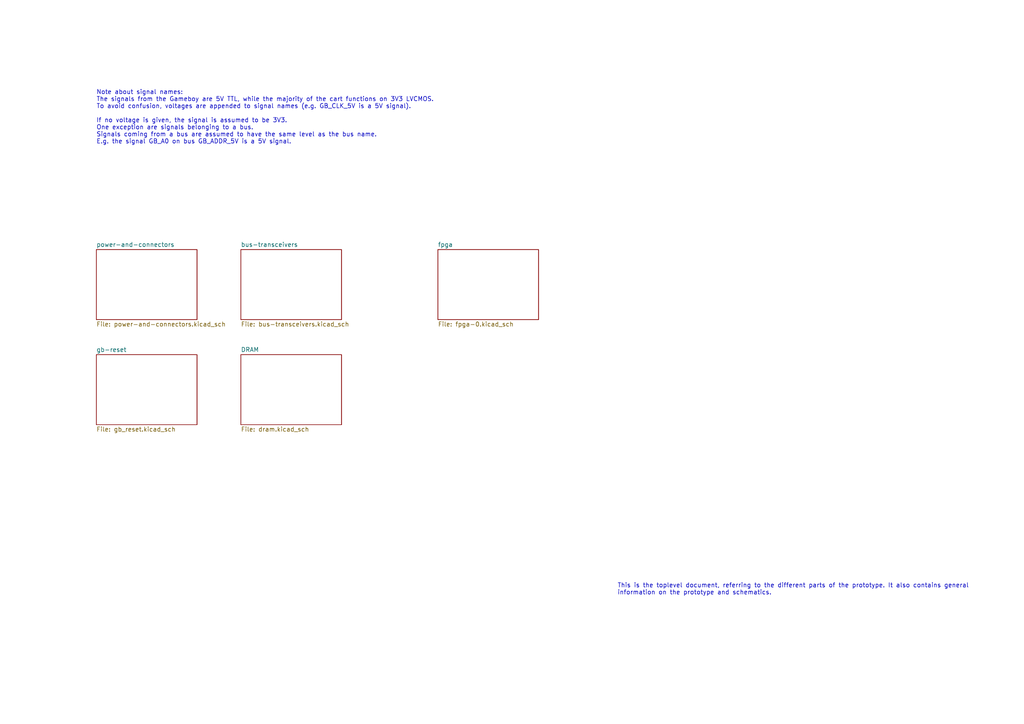
<source format=kicad_sch>
(kicad_sch (version 20211123) (generator eeschema)

  (uuid 55992e35-fe7b-468a-9b7a-1e4dc931b904)

  (paper "A4")

  (title_block
    (title "Toplevel")
  )

  (lib_symbols
  )


  (text "Note about signal names:\nThe signals from the Gameboy are 5V TTL, while the majority of the cart functions on 3V3 LVCMOS.\nTo avoid confusion, voltages are appended to signal names (e.g. GB_CLK_5V is a 5V signal).\n\nIf no voltage is given, the signal is assumed to be 3V3.\nOne exception are signals belonging to a bus.\nSignals coming from a bus are assumed to have the same level as the bus name.\nE.g. the signal GB_A0 on bus GB_ADDR_5V is a 5V signal."
    (at 27.94 41.91 0)
    (effects (font (size 1.27 1.27)) (justify left bottom))
    (uuid e62e1c8a-514a-45e5-9b91-11b6d63e8be9)
  )
  (text "This is the toplevel document, referring to the different parts of the prototype. It also contains general\ninformation on the prototype and schematics."
    (at 179.07 172.72 0)
    (effects (font (size 1.27 1.27)) (justify left bottom))
    (uuid f826ff1c-a925-473f-ae04-8beecbd2c4e5)
  )

  (sheet (at 69.85 72.39) (size 29.21 20.32) (fields_autoplaced)
    (stroke (width 0.1524) (type solid) (color 0 0 0 0))
    (fill (color 0 0 0 0.0000))
    (uuid 18238a13-4a24-40dc-9297-0233c899d398)
    (property "Sheet name" "bus-transceivers" (id 0) (at 69.85 71.6784 0)
      (effects (font (size 1.27 1.27)) (justify left bottom))
    )
    (property "Sheet file" "bus-transceivers.kicad_sch" (id 1) (at 69.85 93.2946 0)
      (effects (font (size 1.27 1.27)) (justify left top))
    )
  )

  (sheet (at 127 72.39) (size 29.21 20.32) (fields_autoplaced)
    (stroke (width 0.1524) (type solid) (color 0 0 0 0))
    (fill (color 0 0 0 0.0000))
    (uuid 4b2118cf-fb52-4113-a818-0a42fecbb1e6)
    (property "Sheet name" "fpga" (id 0) (at 127 71.6784 0)
      (effects (font (size 1.27 1.27)) (justify left bottom))
    )
    (property "Sheet file" "fpga-0.kicad_sch" (id 1) (at 127 93.2946 0)
      (effects (font (size 1.27 1.27)) (justify left top))
    )
  )

  (sheet (at 69.85 102.87) (size 29.21 20.32) (fields_autoplaced)
    (stroke (width 0.1524) (type solid) (color 0 0 0 0))
    (fill (color 0 0 0 0.0000))
    (uuid af356851-5ece-4832-ae35-3dccdb32b1b1)
    (property "Sheet name" "DRAM" (id 0) (at 69.85 102.1584 0)
      (effects (font (size 1.27 1.27)) (justify left bottom))
    )
    (property "Sheet file" "dram.kicad_sch" (id 1) (at 69.85 123.7746 0)
      (effects (font (size 1.27 1.27)) (justify left top))
    )
  )

  (sheet (at 27.94 72.39) (size 29.21 20.32) (fields_autoplaced)
    (stroke (width 0.1524) (type solid) (color 0 0 0 0))
    (fill (color 0 0 0 0.0000))
    (uuid c435552a-e81e-4e91-8943-4d198d361cb8)
    (property "Sheet name" "power-and-connectors" (id 0) (at 27.94 71.6784 0)
      (effects (font (size 1.27 1.27)) (justify left bottom))
    )
    (property "Sheet file" "power-and-connectors.kicad_sch" (id 1) (at 27.94 93.2946 0)
      (effects (font (size 1.27 1.27)) (justify left top))
    )
  )

  (sheet (at 27.94 102.87) (size 29.21 20.32) (fields_autoplaced)
    (stroke (width 0.1524) (type solid) (color 0 0 0 0))
    (fill (color 0 0 0 0.0000))
    (uuid f06d5139-8321-4854-8742-7179642a0021)
    (property "Sheet name" "gb-reset" (id 0) (at 27.94 102.1584 0)
      (effects (font (size 1.27 1.27)) (justify left bottom))
    )
    (property "Sheet file" "gb_reset.kicad_sch" (id 1) (at 27.94 123.7746 0)
      (effects (font (size 1.27 1.27)) (justify left top))
    )
  )

  (sheet_instances
    (path "/" (page "1"))
    (path "/f06d5139-8321-4854-8742-7179642a0021" (page "3"))
    (path "/c435552a-e81e-4e91-8943-4d198d361cb8" (page "4"))
    (path "/18238a13-4a24-40dc-9297-0233c899d398" (page "4"))
    (path "/af356851-5ece-4832-ae35-3dccdb32b1b1" (page "5"))
    (path "/4b2118cf-fb52-4113-a818-0a42fecbb1e6" (page "6"))
  )

  (symbol_instances
    (path "/f06d5139-8321-4854-8742-7179642a0021/16db1537-6b38-4cc8-954e-3c513d178c8d"
      (reference "#PWR01") (unit 1) (value "+3.3V") (footprint "")
    )
    (path "/18238a13-4a24-40dc-9297-0233c899d398/bb2800a3-85ca-41b2-9f21-b2fff44f9f4d"
      (reference "#PWR02") (unit 1) (value "+3V3") (footprint "")
    )
    (path "/18238a13-4a24-40dc-9297-0233c899d398/bca9cd82-799d-46b3-8ccb-49524b0594fd"
      (reference "#PWR03") (unit 1) (value "GND") (footprint "")
    )
    (path "/18238a13-4a24-40dc-9297-0233c899d398/2c976b53-2d4b-485e-89e6-31a00a78b165"
      (reference "#PWR04") (unit 1) (value "+3V3") (footprint "")
    )
    (path "/18238a13-4a24-40dc-9297-0233c899d398/f4fa4291-4134-4a5c-849d-95338b27bc47"
      (reference "#PWR05") (unit 1) (value "GND") (footprint "")
    )
    (path "/af356851-5ece-4832-ae35-3dccdb32b1b1/5d587576-f41f-46e4-a640-c9f5f38f8742"
      (reference "#PWR08") (unit 1) (value "+3V3") (footprint "")
    )
    (path "/af356851-5ece-4832-ae35-3dccdb32b1b1/e1f45179-69da-484e-9c75-932fc786b2f1"
      (reference "#PWR09") (unit 1) (value "+3V3") (footprint "")
    )
    (path "/af356851-5ece-4832-ae35-3dccdb32b1b1/29ca5b3c-de86-4c52-b7d5-1276bef8d273"
      (reference "#PWR010") (unit 1) (value "GND") (footprint "")
    )
    (path "/af356851-5ece-4832-ae35-3dccdb32b1b1/ba3296b2-e80a-4b5a-8d08-746361e3977c"
      (reference "#PWR011") (unit 1) (value "GND") (footprint "")
    )
    (path "/f06d5139-8321-4854-8742-7179642a0021/039539dc-9afa-48a1-bd79-180ff497c6cb"
      (reference "#PWR0101") (unit 1) (value "+3V3") (footprint "")
    )
    (path "/f06d5139-8321-4854-8742-7179642a0021/222ce410-4d48-4a44-bdcf-8bd353130d77"
      (reference "#PWR0102") (unit 1) (value "GND") (footprint "")
    )
    (path "/f06d5139-8321-4854-8742-7179642a0021/018fbd2e-e477-4b8d-b7bc-566a380cd8a4"
      (reference "#PWR0103") (unit 1) (value "+3.3V") (footprint "")
    )
    (path "/c435552a-e81e-4e91-8943-4d198d361cb8/fec15d96-7803-4d46-b8e1-e309a8c7f081"
      (reference "#PWR0104") (unit 1) (value "GND") (footprint "")
    )
    (path "/c435552a-e81e-4e91-8943-4d198d361cb8/48f63417-89ea-43f1-bde1-be55b2c90123"
      (reference "#PWR0105") (unit 1) (value "+3V3") (footprint "")
    )
    (path "/c435552a-e81e-4e91-8943-4d198d361cb8/7cf6f9a0-0728-4a71-856e-276f9fc40dce"
      (reference "#PWR0106") (unit 1) (value "GND") (footprint "")
    )
    (path "/18238a13-4a24-40dc-9297-0233c899d398/fef2e537-d98f-419f-b7dd-86c9cb6ab20b"
      (reference "#PWR0107") (unit 1) (value "+3V3") (footprint "")
    )
    (path "/18238a13-4a24-40dc-9297-0233c899d398/c8615c11-77f5-424d-9392-786a8bcacf07"
      (reference "#PWR0108") (unit 1) (value "GND") (footprint "")
    )
    (path "/18238a13-4a24-40dc-9297-0233c899d398/a6886573-33bf-44be-a222-08febb03a0a0"
      (reference "#PWR0109") (unit 1) (value "GND") (footprint "")
    )
    (path "/18238a13-4a24-40dc-9297-0233c899d398/9067a147-ab1d-45f5-9485-8e3533274c19"
      (reference "#PWR0110") (unit 1) (value "+3V3") (footprint "")
    )
    (path "/18238a13-4a24-40dc-9297-0233c899d398/a005e501-a8e3-4799-b6cd-d6c4f5b4ca0a"
      (reference "#PWR0111") (unit 1) (value "GND") (footprint "")
    )
    (path "/18238a13-4a24-40dc-9297-0233c899d398/be697f41-8aac-4cdb-a4ed-f5bac05b93f0"
      (reference "#PWR0112") (unit 1) (value "GND") (footprint "")
    )
    (path "/18238a13-4a24-40dc-9297-0233c899d398/29263119-72e0-4825-acfe-28dd20c1dac7"
      (reference "#PWR0113") (unit 1) (value "+3V3") (footprint "")
    )
    (path "/18238a13-4a24-40dc-9297-0233c899d398/c3beba8e-27fd-4cdc-bdad-af1e664dd145"
      (reference "#PWR0114") (unit 1) (value "+3V3") (footprint "")
    )
    (path "/af356851-5ece-4832-ae35-3dccdb32b1b1/753ecb70-97f0-4f7b-a264-a48b4685cb33"
      (reference "#PWR0115") (unit 1) (value "+3V3") (footprint "")
    )
    (path "/af356851-5ece-4832-ae35-3dccdb32b1b1/f7ee47d2-54f0-4110-a472-b6a195d12d95"
      (reference "#PWR0116") (unit 1) (value "+3V3") (footprint "")
    )
    (path "/af356851-5ece-4832-ae35-3dccdb32b1b1/3134b27b-7920-4d7e-b8c3-e5970ad1b175"
      (reference "#PWR0117") (unit 1) (value "GND") (footprint "")
    )
    (path "/af356851-5ece-4832-ae35-3dccdb32b1b1/8af6af13-41f3-489f-8283-de298df97ae4"
      (reference "#PWR0118") (unit 1) (value "GND") (footprint "")
    )
    (path "/4b2118cf-fb52-4113-a818-0a42fecbb1e6/404da65b-6e69-49ca-97e7-204b1d68e782"
      (reference "#PWR0119") (unit 1) (value "+3.3V") (footprint "")
    )
    (path "/4b2118cf-fb52-4113-a818-0a42fecbb1e6/e91a3c01-3899-457c-88d9-b889adb73a2a"
      (reference "#PWR0120") (unit 1) (value "+3.3V") (footprint "")
    )
    (path "/4b2118cf-fb52-4113-a818-0a42fecbb1e6/bd1aced1-3b0e-42e2-852a-7fe606c0b30f"
      (reference "#PWR0121") (unit 1) (value "+3.3V") (footprint "")
    )
    (path "/c435552a-e81e-4e91-8943-4d198d361cb8/69b6419d-0162-44a2-b441-9c8586353b81"
      (reference "A1") (unit 1) (value "GBC_Cart") (footprint "Boards:GBC_Cart")
    )
    (path "/18238a13-4a24-40dc-9297-0233c899d398/c3f298a1-f22c-4d8c-a17a-8a0ae31cd9ae"
      (reference "C1") (unit 1) (value "0.022uF") (footprint "")
    )
    (path "/18238a13-4a24-40dc-9297-0233c899d398/1e6636cb-d9aa-46c0-9216-7e61931792c9"
      (reference "C2") (unit 1) (value "0.022uF") (footprint "")
    )
    (path "/18238a13-4a24-40dc-9297-0233c899d398/859a8f12-a36c-412f-ad92-6a0c05ba9067"
      (reference "C3") (unit 1) (value "0.022uF") (footprint "")
    )
    (path "/18238a13-4a24-40dc-9297-0233c899d398/c114b98f-c340-46d0-85d6-3e787c776a13"
      (reference "C4") (unit 1) (value "0.022uF") (footprint "")
    )
    (path "/18238a13-4a24-40dc-9297-0233c899d398/f4b85731-ab42-4e1c-9318-44e89caa1ae9"
      (reference "C5") (unit 1) (value "0.022uF") (footprint "")
    )
    (path "/18238a13-4a24-40dc-9297-0233c899d398/00eedf01-f868-45fe-a111-fb3be2341d4e"
      (reference "C6") (unit 1) (value "0.022uF") (footprint "")
    )
    (path "/18238a13-4a24-40dc-9297-0233c899d398/34910e16-ad52-4ba6-9ca9-c2cf12b20e15"
      (reference "C7") (unit 1) (value "0.022uF") (footprint "")
    )
    (path "/18238a13-4a24-40dc-9297-0233c899d398/45cfc77d-c765-4c75-90fc-6946b3c32c3a"
      (reference "C8") (unit 1) (value "0.022uF") (footprint "")
    )
    (path "/af356851-5ece-4832-ae35-3dccdb32b1b1/fe6942ab-b10d-497e-b1c2-b44b8e773a5f"
      (reference "C9") (unit 1) (value "0.01uF") (footprint "")
    )
    (path "/af356851-5ece-4832-ae35-3dccdb32b1b1/c3442bfb-eadb-40cb-b4c3-5876f4218416"
      (reference "C10") (unit 1) (value "0.01uF") (footprint "")
    )
    (path "/af356851-5ece-4832-ae35-3dccdb32b1b1/193412ef-9963-44ab-8c00-17e0bbb75d0b"
      (reference "C11") (unit 1) (value "0.01uF") (footprint "")
    )
    (path "/af356851-5ece-4832-ae35-3dccdb32b1b1/38137238-d7a6-44c2-9fb7-e4b1d1965e62"
      (reference "C12") (unit 1) (value "0.01uF") (footprint "")
    )
    (path "/af356851-5ece-4832-ae35-3dccdb32b1b1/6d26ab6b-f624-4b97-8fdf-0ab2c40a5cd5"
      (reference "C13") (unit 1) (value "0.01uF") (footprint "")
    )
    (path "/af356851-5ece-4832-ae35-3dccdb32b1b1/5a3d360a-68c1-4a52-a051-a8603942f1fb"
      (reference "C14") (unit 1) (value "0.01uF") (footprint "")
    )
    (path "/af356851-5ece-4832-ae35-3dccdb32b1b1/18f099ea-7570-4a10-a70d-01deb993184e"
      (reference "C15") (unit 1) (value "0.01uF") (footprint "")
    )
    (path "/c435552a-e81e-4e91-8943-4d198d361cb8/1a03c680-6df4-4ad6-b0ee-2551be034eac"
      (reference "J1") (unit 1) (value "Conn_01x02_Male") (footprint "")
    )
    (path "/f06d5139-8321-4854-8742-7179642a0021/7483639c-7c2f-493b-aff3-2e2cc4979ed2"
      (reference "J2") (unit 1) (value "Conn_01x04_Male") (footprint "")
    )
    (path "/f06d5139-8321-4854-8742-7179642a0021/08339f48-5faf-4c2e-976c-1758dce4b8cf"
      (reference "J3") (unit 1) (value "Conn_01x04_Female") (footprint "")
    )
    (path "/4b2118cf-fb52-4113-a818-0a42fecbb1e6/ef1b7f4f-9c42-4955-b696-b83494f1772d"
      (reference "J4") (unit 1) (value "J3_Header") (footprint "")
    )
    (path "/4b2118cf-fb52-4113-a818-0a42fecbb1e6/03e44341-7135-43f6-b788-65cf0ea025fa"
      (reference "J5") (unit 1) (value "J4_Header") (footprint "")
    )
    (path "/4b2118cf-fb52-4113-a818-0a42fecbb1e6/a0d62d87-87fb-4e67-8b93-f72999830228"
      (reference "J6") (unit 1) (value "J6_Header") (footprint "")
    )
    (path "/f06d5139-8321-4854-8742-7179642a0021/173051e0-5a02-4602-9527-c20bb9a5b016"
      (reference "J7") (unit 1) (value "Conn_01x02_Male") (footprint "")
    )
    (path "/f06d5139-8321-4854-8742-7179642a0021/fdc1276f-ea84-4e50-84f6-dd81676f35da"
      (reference "R1") (unit 1) (value "15K") (footprint "")
    )
    (path "/f06d5139-8321-4854-8742-7179642a0021/f9ff6040-eb0b-4741-92e7-afad23017813"
      (reference "SW1") (unit 1) (value "SW_Push_Dual") (footprint "")
    )
    (path "/f06d5139-8321-4854-8742-7179642a0021/d8fdfbae-db47-43f9-965e-c461c91f97a1"
      (reference "U1") (unit 1) (value "SN74LV1T34DCKR") (footprint "SOT65P210X110-5N")
    )
    (path "/18238a13-4a24-40dc-9297-0233c899d398/63bc6a00-66de-427b-9d93-93e940a76758"
      (reference "U2") (unit 1) (value "SN74AVC16827DGGR") (footprint "")
    )
    (path "/18238a13-4a24-40dc-9297-0233c899d398/e90bb5e9-c471-440a-bd72-9778dac4f8a5"
      (reference "U3") (unit 1) (value "SN74AVC16827DGGR") (footprint "")
    )
    (path "/af356851-5ece-4832-ae35-3dccdb32b1b1/81c05429-64f6-4b1c-a60f-3a6acde38c89"
      (reference "U4") (unit 1) (value "AS4C32M8SA") (footprint "")
    )
  )
)

</source>
